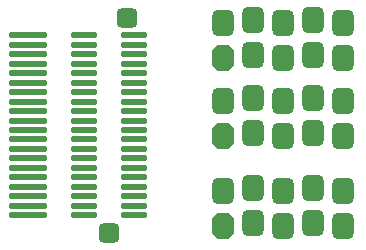
<source format=gbr>
%TF.GenerationSoftware,Altium Limited,Altium Designer,24.8.2 (39)*%
G04 Layer_Color=16711935*
%FSLAX45Y45*%
%MOMM*%
%TF.SameCoordinates,C54AC7BA-B540-4DA4-B2B9-A01D8BF79CE3*%
%TF.FilePolarity,Negative*%
%TF.FileFunction,Soldermask,Bot*%
%TF.Part,Single*%
G01*
G75*
%TA.AperFunction,SMDPad,CuDef*%
G04:AMPARAMS|DCode=22|XSize=2.28mm|YSize=0.58mm|CornerRadius=0.165mm|HoleSize=0mm|Usage=FLASHONLY|Rotation=180.000|XOffset=0mm|YOffset=0mm|HoleType=Round|Shape=RoundedRectangle|*
%AMROUNDEDRECTD22*
21,1,2.28000,0.25000,0,0,180.0*
21,1,1.95000,0.58000,0,0,180.0*
1,1,0.33000,-0.97500,0.12500*
1,1,0.33000,0.97500,0.12500*
1,1,0.33000,0.97500,-0.12500*
1,1,0.33000,-0.97500,-0.12500*
%
%ADD22ROUNDEDRECTD22*%
G04:AMPARAMS|DCode=23|XSize=3.28mm|YSize=0.58mm|CornerRadius=0.165mm|HoleSize=0mm|Usage=FLASHONLY|Rotation=0.000|XOffset=0mm|YOffset=0mm|HoleType=Round|Shape=RoundedRectangle|*
%AMROUNDEDRECTD23*
21,1,3.28000,0.25000,0,0,0.0*
21,1,2.95000,0.58000,0,0,0.0*
1,1,0.33000,1.47500,-0.12500*
1,1,0.33000,-1.47500,-0.12500*
1,1,0.33000,-1.47500,0.12500*
1,1,0.33000,1.47500,0.12500*
%
%ADD23ROUNDEDRECTD23*%
%TA.AperFunction,ComponentPad*%
G04:AMPARAMS|DCode=24|XSize=1.85mm|YSize=2.25mm|CornerRadius=0.5mm|HoleSize=0mm|Usage=FLASHONLY|Rotation=0.000|XOffset=0mm|YOffset=0mm|HoleType=Round|Shape=RoundedRectangle|*
%AMROUNDEDRECTD24*
21,1,1.85000,1.25001,0,0,0.0*
21,1,0.85000,2.25000,0,0,0.0*
1,1,1.00000,0.42500,-0.62500*
1,1,1.00000,-0.42500,-0.62500*
1,1,1.00000,-0.42500,0.62500*
1,1,1.00000,0.42500,0.62500*
%
%ADD24ROUNDEDRECTD24*%
G04:AMPARAMS|DCode=25|XSize=1.85mm|YSize=2.25mm|CornerRadius=0mm|HoleSize=0mm|Usage=FLASHONLY|Rotation=0.000|XOffset=0mm|YOffset=0mm|HoleType=Round|Shape=Octagon|*
%AMOCTAGOND25*
4,1,8,-0.46250,1.12500,0.46250,1.12500,0.92500,0.66250,0.92500,-0.66250,0.46250,-1.12500,-0.46250,-1.12500,-0.92500,-0.66250,-0.92500,0.66250,-0.46250,1.12500,0.0*
%
%ADD25OCTAGOND25*%

G04:AMPARAMS|DCode=26|XSize=1.7mm|YSize=1.75mm|CornerRadius=0.4625mm|HoleSize=0mm|Usage=FLASHONLY|Rotation=270.000|XOffset=0mm|YOffset=0mm|HoleType=Round|Shape=RoundedRectangle|*
%AMROUNDEDRECTD26*
21,1,1.70000,0.82500,0,0,270.0*
21,1,0.77500,1.75000,0,0,270.0*
1,1,0.92500,-0.41250,-0.38750*
1,1,0.92500,-0.41250,0.38750*
1,1,0.92500,0.41250,0.38750*
1,1,0.92500,0.41250,-0.38750*
%
%ADD26ROUNDEDRECTD26*%
D22*
X1195999Y2110003D02*
D03*
X770000D02*
D03*
X1195999Y2030003D02*
D03*
Y1950003D02*
D03*
Y1870003D02*
D03*
Y1790003D02*
D03*
Y1710003D02*
D03*
Y1630004D02*
D03*
Y1550004D02*
D03*
Y1470004D02*
D03*
Y1390004D02*
D03*
Y1310004D02*
D03*
Y1229999D02*
D03*
Y1149999D02*
D03*
Y1070000D02*
D03*
Y990000D02*
D03*
Y910000D02*
D03*
Y830000D02*
D03*
Y750000D02*
D03*
Y670000D02*
D03*
Y590001D02*
D03*
X770000Y2030003D02*
D03*
Y1950003D02*
D03*
Y1870003D02*
D03*
Y1790003D02*
D03*
Y1710003D02*
D03*
Y1630004D02*
D03*
Y1550004D02*
D03*
Y1470004D02*
D03*
Y1390004D02*
D03*
Y1310004D02*
D03*
Y1229999D02*
D03*
Y1149999D02*
D03*
Y1070000D02*
D03*
Y990000D02*
D03*
Y910000D02*
D03*
Y830000D02*
D03*
Y750000D02*
D03*
Y670000D02*
D03*
Y590001D02*
D03*
D23*
X299999Y2109998D02*
D03*
Y1869999D02*
D03*
Y1949999D02*
D03*
Y2029998D02*
D03*
Y1709999D02*
D03*
Y1789999D02*
D03*
Y1629999D02*
D03*
Y1549999D02*
D03*
Y1470000D02*
D03*
Y1390000D02*
D03*
Y1310000D02*
D03*
Y1230000D02*
D03*
Y1150000D02*
D03*
Y1070000D02*
D03*
Y990001D02*
D03*
Y910001D02*
D03*
Y830001D02*
D03*
Y750001D02*
D03*
Y670001D02*
D03*
Y590001D02*
D03*
D24*
X2965998Y793998D02*
D03*
X2711998Y819997D02*
D03*
X2457998Y793998D02*
D03*
X2203998Y819997D02*
D03*
X1949998Y793998D02*
D03*
X2965998Y499998D02*
D03*
X2711998Y525997D02*
D03*
X2457998Y499998D02*
D03*
X2203998Y525997D02*
D03*
X2965998Y1553998D02*
D03*
X2711998Y1580002D02*
D03*
X2457998Y1553998D02*
D03*
X2203998Y1580002D02*
D03*
X1949998Y1553998D02*
D03*
X2965998Y1259998D02*
D03*
X2711998Y1286002D02*
D03*
X2457998Y1259998D02*
D03*
X2203998Y1286002D02*
D03*
X2965998Y2213998D02*
D03*
X2711998Y2239998D02*
D03*
X2457998Y2213998D02*
D03*
X2203998Y2239998D02*
D03*
X1949998Y2213998D02*
D03*
X2965998Y1919998D02*
D03*
X2711998Y1945998D02*
D03*
X2457998Y1919998D02*
D03*
X2203998Y1945998D02*
D03*
D25*
X1949998Y499998D02*
D03*
Y1259998D02*
D03*
Y1919998D02*
D03*
D26*
X982999Y440003D02*
D03*
X1132996Y2260000D02*
D03*
%TF.MD5,3533356ffe0a73460105f6be420638c6*%
M02*

</source>
